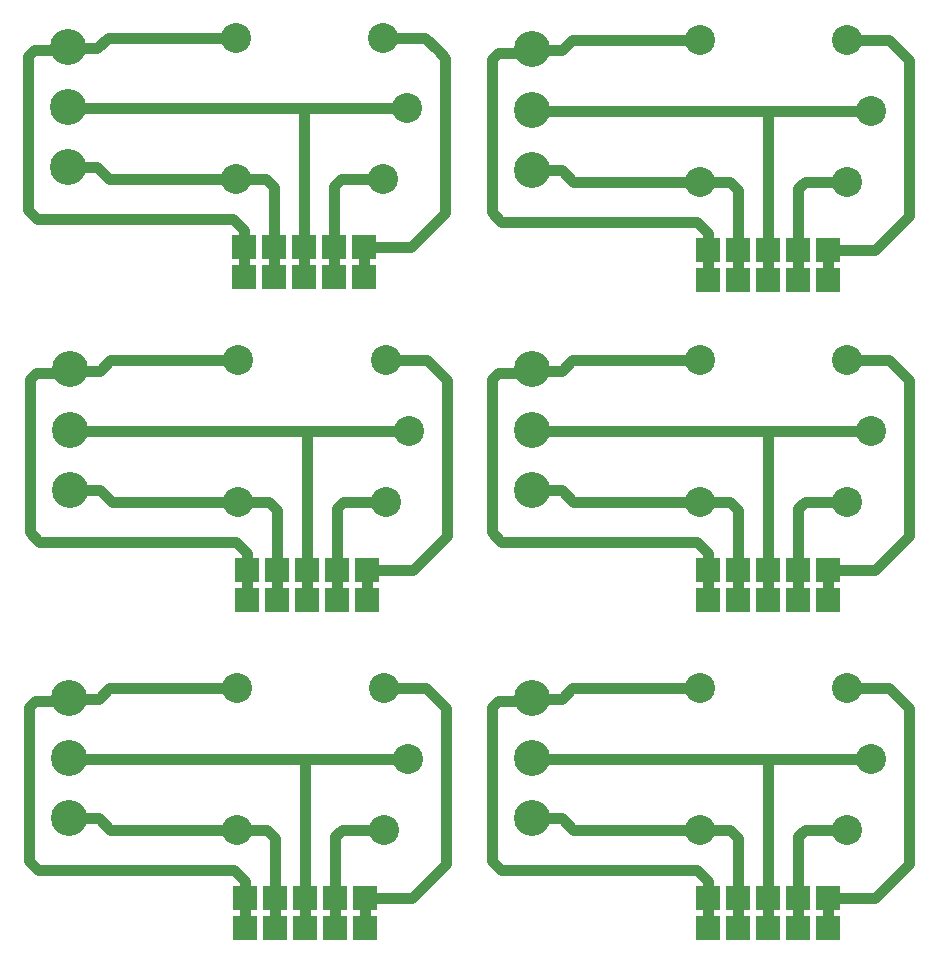
<source format=gbr>
G04 PROTEUS RS274X GERBER FILE*
%FSLAX45Y45*%
%MOMM*%
G01*
%ADD10C,0.908000*%
%ADD11R,2.032000X2.032000*%
%ADD12C,3.048000*%
%ADD13C,2.540000*%
D10*
X+9090000Y+3270000D02*
X+8010000Y+3270000D01*
X+7920000Y+3180000D01*
X+7680000Y+3180000D01*
X+9090000Y+2070000D02*
X+8020000Y+2070000D01*
X+7920000Y+2170000D01*
X+7670000Y+2170000D01*
X+7660000Y+2170000D01*
X+10540000Y+2670000D02*
X+9672000Y+2670000D01*
X+7660000Y+2670000D01*
X+9164000Y+1494000D02*
X+9164000Y+1240000D01*
X+9418000Y+1494000D02*
X+9418000Y+1240000D01*
X+9672000Y+1494000D02*
X+9672000Y+1240000D01*
X+9926000Y+1494000D02*
X+9926000Y+1240000D01*
X+10180000Y+1494000D02*
X+10180000Y+1240000D01*
X+9672000Y+2670000D02*
X+9672000Y+1494000D01*
X+9090000Y+2070000D02*
X+9350000Y+2070000D01*
X+9418000Y+2002000D01*
X+9418000Y+1494000D01*
X+7670000Y+3190000D02*
X+7517600Y+3160000D01*
X+7380000Y+3160000D01*
X+7330000Y+3110000D01*
X+7330000Y+1810000D01*
X+7410000Y+1730000D01*
X+9070000Y+1730000D01*
X+9130000Y+1670000D01*
X+9164000Y+1636000D01*
X+9164000Y+1494000D01*
X+10340000Y+2070000D02*
X+9980000Y+2070000D01*
X+9926000Y+2016000D01*
X+9926000Y+1494000D01*
X+10340000Y+3270000D02*
X+10690000Y+3270000D01*
X+10800000Y+3160000D01*
X+10860000Y+3100000D01*
X+10860000Y+1780000D01*
X+10600000Y+1520000D01*
X+10574000Y+1494000D01*
X+10180000Y+1494000D01*
X+9090000Y+6050000D02*
X+8010000Y+6050000D01*
X+7920000Y+5960000D01*
X+7680000Y+5960000D01*
X+9090000Y+4850000D02*
X+8020000Y+4850000D01*
X+7920000Y+4950000D01*
X+7670000Y+4950000D01*
X+7660000Y+4950000D01*
X+10540000Y+5450000D02*
X+9672000Y+5450000D01*
X+7660000Y+5450000D01*
X+9164000Y+4274000D02*
X+9164000Y+4020000D01*
X+9418000Y+4274000D02*
X+9418000Y+4020000D01*
X+9672000Y+4274000D02*
X+9672000Y+4020000D01*
X+9926000Y+4274000D02*
X+9926000Y+4020000D01*
X+10180000Y+4274000D02*
X+10180000Y+4020000D01*
X+9672000Y+5450000D02*
X+9672000Y+4274000D01*
X+9090000Y+4850000D02*
X+9350000Y+4850000D01*
X+9418000Y+4782000D01*
X+9418000Y+4274000D01*
X+7670000Y+5970000D02*
X+7517600Y+5940000D01*
X+7380000Y+5940000D01*
X+7330000Y+5890000D01*
X+7330000Y+4590000D01*
X+7410000Y+4510000D01*
X+9070000Y+4510000D01*
X+9130000Y+4450000D01*
X+9164000Y+4416000D01*
X+9164000Y+4274000D01*
X+10340000Y+4850000D02*
X+9980000Y+4850000D01*
X+9926000Y+4796000D01*
X+9926000Y+4274000D01*
X+10340000Y+6050000D02*
X+10690000Y+6050000D01*
X+10800000Y+5940000D01*
X+10860000Y+5880000D01*
X+10860000Y+4560000D01*
X+10600000Y+4300000D01*
X+10574000Y+4274000D01*
X+10180000Y+4274000D01*
X+5170000Y+3270000D02*
X+4090000Y+3270000D01*
X+4000000Y+3180000D01*
X+3760000Y+3180000D01*
X+5170000Y+2070000D02*
X+4100000Y+2070000D01*
X+4000000Y+2170000D01*
X+3750000Y+2170000D01*
X+3740000Y+2170000D01*
X+6620000Y+2670000D02*
X+5752000Y+2670000D01*
X+3740000Y+2670000D01*
X+5244000Y+1494000D02*
X+5244000Y+1240000D01*
X+5498000Y+1494000D02*
X+5498000Y+1240000D01*
X+5752000Y+1494000D02*
X+5752000Y+1240000D01*
X+6006000Y+1494000D02*
X+6006000Y+1240000D01*
X+6260000Y+1494000D02*
X+6260000Y+1240000D01*
X+5752000Y+2670000D02*
X+5752000Y+1494000D01*
X+5170000Y+2070000D02*
X+5430000Y+2070000D01*
X+5498000Y+2002000D01*
X+5498000Y+1494000D01*
X+3750000Y+3190000D02*
X+3597600Y+3160000D01*
X+3460000Y+3160000D01*
X+3410000Y+3110000D01*
X+3410000Y+1810000D01*
X+3490000Y+1730000D01*
X+5150000Y+1730000D01*
X+5210000Y+1670000D01*
X+5244000Y+1636000D01*
X+5244000Y+1494000D01*
X+6420000Y+2070000D02*
X+6060000Y+2070000D01*
X+6006000Y+2016000D01*
X+6006000Y+1494000D01*
X+6420000Y+3270000D02*
X+6770000Y+3270000D01*
X+6880000Y+3160000D01*
X+6940000Y+3100000D01*
X+6940000Y+1780000D01*
X+6680000Y+1520000D01*
X+6654000Y+1494000D01*
X+6260000Y+1494000D01*
X+5180000Y+6050000D02*
X+4100000Y+6050000D01*
X+4010000Y+5960000D01*
X+3770000Y+5960000D01*
X+5180000Y+4850000D02*
X+4110000Y+4850000D01*
X+4010000Y+4950000D01*
X+3760000Y+4950000D01*
X+3750000Y+4950000D01*
X+6630000Y+5450000D02*
X+5762000Y+5450000D01*
X+3750000Y+5450000D01*
X+5254000Y+4274000D02*
X+5254000Y+4020000D01*
X+5508000Y+4274000D02*
X+5508000Y+4020000D01*
X+5762000Y+4274000D02*
X+5762000Y+4020000D01*
X+6016000Y+4274000D02*
X+6016000Y+4020000D01*
X+6270000Y+4274000D02*
X+6270000Y+4020000D01*
X+5762000Y+5450000D02*
X+5762000Y+4274000D01*
X+5180000Y+4850000D02*
X+5440000Y+4850000D01*
X+5508000Y+4782000D01*
X+5508000Y+4274000D01*
X+3760000Y+5970000D02*
X+3607600Y+5940000D01*
X+3470000Y+5940000D01*
X+3420000Y+5890000D01*
X+3420000Y+4590000D01*
X+3500000Y+4510000D01*
X+5160000Y+4510000D01*
X+5220000Y+4450000D01*
X+5254000Y+4416000D01*
X+5254000Y+4274000D01*
X+6430000Y+4850000D02*
X+6070000Y+4850000D01*
X+6016000Y+4796000D01*
X+6016000Y+4274000D01*
X+6430000Y+6050000D02*
X+6780000Y+6050000D01*
X+6890000Y+5940000D01*
X+6950000Y+5880000D01*
X+6950000Y+4560000D01*
X+6690000Y+4300000D01*
X+6664000Y+4274000D01*
X+6270000Y+4274000D01*
X+9090000Y+8760000D02*
X+8010000Y+8760000D01*
X+7920000Y+8670000D01*
X+7680000Y+8670000D01*
X+9090000Y+7560000D02*
X+8020000Y+7560000D01*
X+7920000Y+7660000D01*
X+7670000Y+7660000D01*
X+7660000Y+7660000D01*
X+10540000Y+8160000D02*
X+9672000Y+8160000D01*
X+7660000Y+8160000D01*
X+9164000Y+6984000D02*
X+9164000Y+6730000D01*
X+9418000Y+6984000D02*
X+9418000Y+6730000D01*
X+9672000Y+6984000D02*
X+9672000Y+6730000D01*
X+9926000Y+6984000D02*
X+9926000Y+6730000D01*
X+10180000Y+6984000D02*
X+10180000Y+6730000D01*
X+9672000Y+8160000D02*
X+9672000Y+6984000D01*
X+9090000Y+7560000D02*
X+9350000Y+7560000D01*
X+9418000Y+7492000D01*
X+9418000Y+6984000D01*
X+7670000Y+8680000D02*
X+7517600Y+8650000D01*
X+7380000Y+8650000D01*
X+7330000Y+8600000D01*
X+7330000Y+7300000D01*
X+7410000Y+7220000D01*
X+9070000Y+7220000D01*
X+9130000Y+7160000D01*
X+9164000Y+7126000D01*
X+9164000Y+6984000D01*
X+10340000Y+7560000D02*
X+9980000Y+7560000D01*
X+9926000Y+7506000D01*
X+9926000Y+6984000D01*
X+10340000Y+8760000D02*
X+10690000Y+8760000D01*
X+10800000Y+8650000D01*
X+10860000Y+8590000D01*
X+10860000Y+7270000D01*
X+10600000Y+7010000D01*
X+10574000Y+6984000D01*
X+10180000Y+6984000D01*
X+5160000Y+8780000D02*
X+4080000Y+8780000D01*
X+3990000Y+8690000D01*
X+3750000Y+8690000D01*
X+5160000Y+7580000D02*
X+4090000Y+7580000D01*
X+3990000Y+7680000D01*
X+3740000Y+7680000D01*
X+3730000Y+7680000D01*
X+6610000Y+8180000D02*
X+5742000Y+8180000D01*
X+3730000Y+8180000D01*
X+5234000Y+7004000D02*
X+5234000Y+6750000D01*
X+5488000Y+7004000D02*
X+5488000Y+6750000D01*
X+5742000Y+7004000D02*
X+5742000Y+6750000D01*
X+5996000Y+7004000D02*
X+5996000Y+6750000D01*
X+6250000Y+7004000D02*
X+6250000Y+6750000D01*
X+5742000Y+8180000D02*
X+5742000Y+7004000D01*
X+5160000Y+7580000D02*
X+5420000Y+7580000D01*
X+5488000Y+7512000D01*
X+5488000Y+7004000D01*
X+3740000Y+8700000D02*
X+3587600Y+8670000D01*
X+3450000Y+8670000D01*
X+3400000Y+8620000D01*
X+3400000Y+7320000D01*
X+3480000Y+7240000D01*
X+5140000Y+7240000D01*
X+5200000Y+7180000D01*
X+5234000Y+7146000D01*
X+5234000Y+7004000D01*
X+6410000Y+7580000D02*
X+6050000Y+7580000D01*
X+5996000Y+7526000D01*
X+5996000Y+7004000D01*
X+6410000Y+8780000D02*
X+6760000Y+8780000D01*
X+6870000Y+8670000D01*
X+6930000Y+8610000D01*
X+6930000Y+7290000D01*
X+6670000Y+7030000D01*
X+6644000Y+7004000D01*
X+6250000Y+7004000D01*
D11*
X+10180000Y+1240000D03*
D12*
X+7670000Y+3190000D03*
X+7670000Y+2680000D03*
D11*
X+9926000Y+1240000D03*
X+9672000Y+1240000D03*
D12*
X+7670000Y+2170000D03*
D11*
X+9418000Y+1240000D03*
X+9164000Y+1240000D03*
X+9164000Y+1494000D03*
X+9418000Y+1494000D03*
X+9672000Y+1494000D03*
X+9926000Y+1494000D03*
X+10180000Y+1494000D03*
D13*
X+10340000Y+3270000D03*
X+10340000Y+2070000D03*
X+10540000Y+2670000D03*
X+9090000Y+2070000D03*
X+9090000Y+3270000D03*
D11*
X+10180000Y+4020000D03*
D12*
X+7670000Y+5970000D03*
X+7670000Y+5460000D03*
D11*
X+9926000Y+4020000D03*
X+9672000Y+4020000D03*
D12*
X+7670000Y+4950000D03*
D11*
X+9418000Y+4020000D03*
X+9164000Y+4020000D03*
X+9164000Y+4274000D03*
X+9418000Y+4274000D03*
X+9672000Y+4274000D03*
X+9926000Y+4274000D03*
X+10180000Y+4274000D03*
D13*
X+10340000Y+6050000D03*
X+10340000Y+4850000D03*
X+10540000Y+5450000D03*
X+9090000Y+4850000D03*
X+9090000Y+6050000D03*
D11*
X+6260000Y+1240000D03*
D12*
X+3750000Y+3190000D03*
X+3750000Y+2680000D03*
D11*
X+6006000Y+1240000D03*
X+5752000Y+1240000D03*
D12*
X+3750000Y+2170000D03*
D11*
X+5498000Y+1240000D03*
X+5244000Y+1240000D03*
X+5244000Y+1494000D03*
X+5498000Y+1494000D03*
X+5752000Y+1494000D03*
X+6006000Y+1494000D03*
X+6260000Y+1494000D03*
D13*
X+6420000Y+3270000D03*
X+6420000Y+2070000D03*
X+6620000Y+2670000D03*
X+5170000Y+2070000D03*
X+5170000Y+3270000D03*
D11*
X+6270000Y+4020000D03*
D12*
X+3760000Y+5970000D03*
X+3760000Y+5460000D03*
D11*
X+6016000Y+4020000D03*
X+5762000Y+4020000D03*
D12*
X+3760000Y+4950000D03*
D11*
X+5508000Y+4020000D03*
X+5254000Y+4020000D03*
X+5254000Y+4274000D03*
X+5508000Y+4274000D03*
X+5762000Y+4274000D03*
X+6016000Y+4274000D03*
X+6270000Y+4274000D03*
D13*
X+6430000Y+6050000D03*
X+6430000Y+4850000D03*
X+6630000Y+5450000D03*
X+5180000Y+4850000D03*
X+5180000Y+6050000D03*
D11*
X+10180000Y+6730000D03*
D12*
X+7670000Y+8680000D03*
X+7670000Y+8170000D03*
D11*
X+9926000Y+6730000D03*
X+9672000Y+6730000D03*
D12*
X+7670000Y+7660000D03*
D11*
X+9418000Y+6730000D03*
X+9164000Y+6730000D03*
X+9164000Y+6984000D03*
X+9418000Y+6984000D03*
X+9672000Y+6984000D03*
X+9926000Y+6984000D03*
X+10180000Y+6984000D03*
D13*
X+10340000Y+8760000D03*
X+10340000Y+7560000D03*
X+10540000Y+8160000D03*
X+9090000Y+7560000D03*
X+9090000Y+8760000D03*
D11*
X+6250000Y+6750000D03*
D12*
X+3740000Y+8700000D03*
X+3740000Y+8190000D03*
D11*
X+5996000Y+6750000D03*
X+5742000Y+6750000D03*
D12*
X+3740000Y+7680000D03*
D11*
X+5488000Y+6750000D03*
X+5234000Y+6750000D03*
X+5234000Y+7004000D03*
X+5488000Y+7004000D03*
X+5742000Y+7004000D03*
X+5996000Y+7004000D03*
X+6250000Y+7004000D03*
D13*
X+6410000Y+8780000D03*
X+6410000Y+7580000D03*
X+6610000Y+8180000D03*
X+5160000Y+7580000D03*
X+5160000Y+8780000D03*
M02*

</source>
